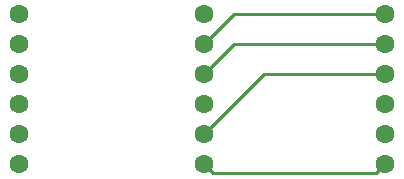
<source format=gbr>
G04 #@! TF.GenerationSoftware,KiCad,Pcbnew,5.0.2+dfsg1-1~bpo9+1*
G04 #@! TF.CreationDate,2019-05-22T19:19:29+01:00*
G04 #@! TF.ProjectId,arduboy_flashcart,61726475-626f-4795-9f66-6c6173686361,rev?*
G04 #@! TF.SameCoordinates,Original*
G04 #@! TF.FileFunction,Copper,L1,Top*
G04 #@! TF.FilePolarity,Positive*
%FSLAX46Y46*%
G04 Gerber Fmt 4.6, Leading zero omitted, Abs format (unit mm)*
G04 Created by KiCad (PCBNEW 5.0.2+dfsg1-1~bpo9+1) date Wed 22 May 2019 19:19:29 BST*
%MOMM*%
%LPD*%
G01*
G04 APERTURE LIST*
G04 #@! TA.AperFunction,ComponentPad*
%ADD10C,1.600000*%
G04 #@! TD*
G04 #@! TA.AperFunction,Conductor*
%ADD11C,0.250000*%
G04 #@! TD*
G04 APERTURE END LIST*
D10*
G04 #@! TO.P,U1,3*
G04 #@! TO.N,Net-(U1-Pad3)*
X132613400Y-51714400D03*
G04 #@! TO.P,U1,4*
G04 #@! TO.N,Net-(U1-Pad4)*
X132613400Y-49174400D03*
G04 #@! TO.P,U1,5*
G04 #@! TO.N,Net-(U1-Pad5)*
X132613400Y-46634400D03*
G04 #@! TO.P,U1,6*
G04 #@! TO.N,Net-(U1-Pad6)*
X132613400Y-44094400D03*
G04 #@! TO.P,U1,2*
G04 #@! TO.N,Net-(U1-Pad2)*
X132613400Y-54254400D03*
G04 #@! TO.P,U1,1*
G04 #@! TO.N,Net-(U1-Pad1)*
X132613400Y-56794400D03*
G04 #@! TD*
G04 #@! TO.P,U2,4*
G04 #@! TO.N,Net-(U2-Pad4)*
X101625400Y-49174400D03*
G04 #@! TO.P,U2,3*
G04 #@! TO.N,Net-(U2-Pad3)*
X101625400Y-51714400D03*
G04 #@! TO.P,U2,10*
G04 #@! TO.N,Net-(U1-Pad5)*
X117271800Y-49174400D03*
G04 #@! TO.P,U2,9*
G04 #@! TO.N,Net-(U1-Pad2)*
X117271800Y-51714400D03*
G04 #@! TO.P,U2,5*
G04 #@! TO.N,Net-(U2-Pad5)*
X101625400Y-46634400D03*
G04 #@! TO.P,U2,6*
G04 #@! TO.N,Net-(U2-Pad6)*
X101625400Y-44094400D03*
G04 #@! TO.P,U2,2*
G04 #@! TO.N,Net-(U2-Pad2)*
X101625400Y-54254400D03*
G04 #@! TO.P,U2,1*
G04 #@! TO.N,Net-(U2-Pad1)*
X101625400Y-56794400D03*
G04 #@! TO.P,U2,11*
G04 #@! TO.N,Net-(U1-Pad6)*
X117271800Y-46634400D03*
G04 #@! TO.P,U2,12*
G04 #@! TO.N,Net-(U1-Pad3)*
X117271800Y-44094400D03*
G04 #@! TO.P,U2,8*
G04 #@! TO.N,Net-(U1-Pad4)*
X117271800Y-54254400D03*
G04 #@! TO.P,U2,7*
G04 #@! TO.N,Net-(U1-Pad1)*
X117271800Y-56794400D03*
G04 #@! TD*
D11*
G04 #@! TO.N,Net-(U1-Pad4)*
X122351800Y-49174400D02*
X132613400Y-49174400D01*
X117271800Y-54254400D02*
X122351800Y-49174400D01*
G04 #@! TO.N,Net-(U1-Pad5)*
X119811800Y-46634400D02*
X132613400Y-46634400D01*
X117271800Y-49174400D02*
X119811800Y-46634400D01*
G04 #@! TO.N,Net-(U1-Pad6)*
X119811800Y-44094400D02*
X117271800Y-46634400D01*
X132613400Y-44094400D02*
X119811800Y-44094400D01*
G04 #@! TO.N,Net-(U1-Pad1)*
X131813401Y-57594399D02*
X132613400Y-56794400D01*
X118071799Y-57594399D02*
X131813401Y-57594399D01*
X117271800Y-56794400D02*
X118071799Y-57594399D01*
G04 #@! TD*
M02*

</source>
